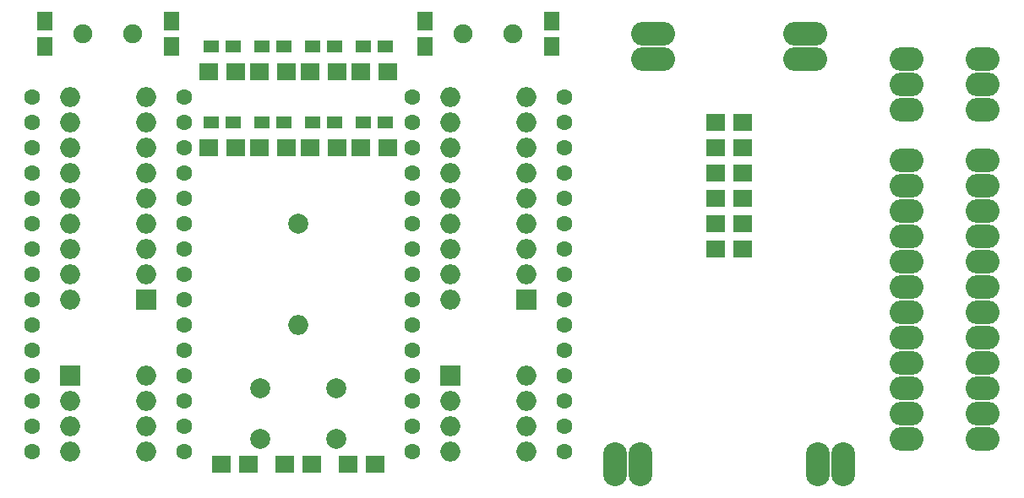
<source format=gbr>
G04 #@! TF.FileFunction,Soldermask,Top*
%FSLAX46Y46*%
G04 Gerber Fmt 4.6, Leading zero omitted, Abs format (unit mm)*
G04 Created by KiCad (PCBNEW 4.0.6) date 12/04/17 20:41:38*
%MOMM*%
%LPD*%
G01*
G04 APERTURE LIST*
%ADD10C,0.050000*%
%ADD11R,1.650000X1.900000*%
%ADD12R,1.600000X1.300000*%
%ADD13R,1.900000X1.700000*%
%ADD14C,2.000000*%
%ADD15O,2.000000X2.000000*%
%ADD16C,1.600000*%
%ADD17R,2.000000X2.000000*%
%ADD18O,4.400000X2.400000*%
%ADD19O,2.400000X4.400000*%
%ADD20O,3.400000X2.400000*%
%ADD21C,1.900000*%
G04 APERTURE END LIST*
D10*
D11*
X93810000Y-52560000D03*
X93810000Y-55060000D03*
X106510000Y-52560000D03*
X106510000Y-55060000D03*
X131910000Y-52560000D03*
X131910000Y-55060000D03*
X144610000Y-52560000D03*
X144610000Y-55060000D03*
D12*
X110490000Y-62700000D03*
X112690000Y-62700000D03*
X110490000Y-55080000D03*
X112690000Y-55080000D03*
X115570000Y-62700000D03*
X117770000Y-62700000D03*
X115570000Y-55080000D03*
X117770000Y-55080000D03*
X125730000Y-55080000D03*
X127930000Y-55080000D03*
X125730000Y-62700000D03*
X127930000Y-62700000D03*
X120650000Y-55080000D03*
X122850000Y-55080000D03*
X120650000Y-62700000D03*
X122850000Y-62700000D03*
D13*
X110240000Y-65240000D03*
X112940000Y-65240000D03*
X110240000Y-57620000D03*
X112940000Y-57620000D03*
X115320000Y-65240000D03*
X118020000Y-65240000D03*
X115320000Y-57620000D03*
X118020000Y-57620000D03*
X117860000Y-96990000D03*
X120560000Y-96990000D03*
X161040000Y-62700000D03*
X163740000Y-62700000D03*
X161040000Y-65240000D03*
X163740000Y-65240000D03*
X161040000Y-67780000D03*
X163740000Y-67780000D03*
X161040000Y-70320000D03*
X163740000Y-70320000D03*
X126910000Y-96990000D03*
X124210000Y-96990000D03*
X125480000Y-57620000D03*
X128180000Y-57620000D03*
X125480000Y-65240000D03*
X128180000Y-65240000D03*
X120400000Y-57620000D03*
X123100000Y-57620000D03*
X120400000Y-65240000D03*
X123100000Y-65240000D03*
X161040000Y-72860000D03*
X163740000Y-72860000D03*
X161040000Y-75400000D03*
X163740000Y-75400000D03*
X111510000Y-96990000D03*
X114210000Y-96990000D03*
D14*
X119210000Y-72860000D03*
D15*
X119210000Y-83020000D03*
D16*
X92540000Y-60160000D03*
X92540000Y-62700000D03*
X92540000Y-65240000D03*
X92540000Y-67780000D03*
X92540000Y-70320000D03*
X92540000Y-72860000D03*
X92540000Y-75400000D03*
X92540000Y-77940000D03*
X92540000Y-80480000D03*
X92540000Y-83020000D03*
X92540000Y-85560000D03*
X92540000Y-88100000D03*
X92540000Y-90640000D03*
X92540000Y-93180000D03*
X92540000Y-95720000D03*
X107780000Y-95720000D03*
X107780000Y-93180000D03*
X107780000Y-90640000D03*
X107780000Y-88100000D03*
X107780000Y-85560000D03*
X107780000Y-83020000D03*
X107780000Y-80480000D03*
X107780000Y-77940000D03*
X107780000Y-75400000D03*
X107780000Y-72860000D03*
X107780000Y-70320000D03*
X107780000Y-67780000D03*
X107780000Y-65240000D03*
X107780000Y-62700000D03*
X107780000Y-60160000D03*
D17*
X103970000Y-80480000D03*
D15*
X96350000Y-60160000D03*
X103970000Y-77940000D03*
X96350000Y-62700000D03*
X103970000Y-75400000D03*
X96350000Y-65240000D03*
X103970000Y-72860000D03*
X96350000Y-67780000D03*
X103970000Y-70320000D03*
X96350000Y-70320000D03*
X103970000Y-67780000D03*
X96350000Y-72860000D03*
X103970000Y-65240000D03*
X96350000Y-75400000D03*
X103970000Y-62700000D03*
X96350000Y-77940000D03*
X103970000Y-60160000D03*
X96350000Y-80480000D03*
D17*
X96350000Y-88100000D03*
D15*
X103970000Y-95720000D03*
X96350000Y-90640000D03*
X103970000Y-93180000D03*
X96350000Y-93180000D03*
X103970000Y-90640000D03*
X96350000Y-95720000D03*
X103970000Y-88100000D03*
D14*
X123020000Y-89370000D03*
X115400000Y-89370000D03*
X115400000Y-94450000D03*
X123020000Y-94450000D03*
D18*
X154770000Y-53810000D03*
X154770000Y-56350000D03*
X170010000Y-53810000D03*
X170010000Y-56350000D03*
D19*
X153500000Y-96990000D03*
X150960000Y-96990000D03*
X171280000Y-96990000D03*
X173820000Y-96990000D03*
D20*
X187790000Y-94450000D03*
X187790000Y-91910000D03*
X187790000Y-89370000D03*
X187790000Y-86830000D03*
X187790000Y-84290000D03*
X187790000Y-81750000D03*
X187790000Y-79210000D03*
X187790000Y-76670000D03*
X187790000Y-74130000D03*
X187790000Y-71590000D03*
X187790000Y-69050000D03*
X187790000Y-66510000D03*
X180170000Y-66510000D03*
X180170000Y-69050000D03*
X180170000Y-71590000D03*
X180170000Y-74130000D03*
X180170000Y-76670000D03*
X180170000Y-79210000D03*
X180170000Y-81750000D03*
X180170000Y-84290000D03*
X180170000Y-86830000D03*
X180170000Y-89370000D03*
X180170000Y-91910000D03*
X180170000Y-94450000D03*
X187790000Y-61430000D03*
X187790000Y-58890000D03*
X187790000Y-56350000D03*
X180170000Y-56350000D03*
X180170000Y-58890000D03*
X180170000Y-61430000D03*
D16*
X130640000Y-60160000D03*
X130640000Y-62700000D03*
X130640000Y-65240000D03*
X130640000Y-67780000D03*
X130640000Y-70320000D03*
X130640000Y-72860000D03*
X130640000Y-75400000D03*
X130640000Y-77940000D03*
X130640000Y-80480000D03*
X130640000Y-83020000D03*
X130640000Y-85560000D03*
X130640000Y-88100000D03*
X130640000Y-90640000D03*
X130640000Y-93180000D03*
X130640000Y-95720000D03*
X145880000Y-95720000D03*
X145880000Y-93180000D03*
X145880000Y-90640000D03*
X145880000Y-88100000D03*
X145880000Y-85560000D03*
X145880000Y-83020000D03*
X145880000Y-80480000D03*
X145880000Y-77940000D03*
X145880000Y-75400000D03*
X145880000Y-72860000D03*
X145880000Y-70320000D03*
X145880000Y-67780000D03*
X145880000Y-65240000D03*
X145880000Y-62700000D03*
X145880000Y-60160000D03*
D17*
X142070000Y-80480000D03*
D15*
X134450000Y-60160000D03*
X142070000Y-77940000D03*
X134450000Y-62700000D03*
X142070000Y-75400000D03*
X134450000Y-65240000D03*
X142070000Y-72860000D03*
X134450000Y-67780000D03*
X142070000Y-70320000D03*
X134450000Y-70320000D03*
X142070000Y-67780000D03*
X134450000Y-72860000D03*
X142070000Y-65240000D03*
X134450000Y-75400000D03*
X142070000Y-62700000D03*
X134450000Y-77940000D03*
X142070000Y-60160000D03*
X134450000Y-80480000D03*
D17*
X134450000Y-88100000D03*
D15*
X142070000Y-95720000D03*
X134450000Y-90640000D03*
X142070000Y-93180000D03*
X134450000Y-93180000D03*
X142070000Y-90640000D03*
X134450000Y-95720000D03*
X142070000Y-88100000D03*
D21*
X97620000Y-53810000D03*
X102620000Y-53810000D03*
X135720000Y-53810000D03*
X140720000Y-53810000D03*
M02*

</source>
